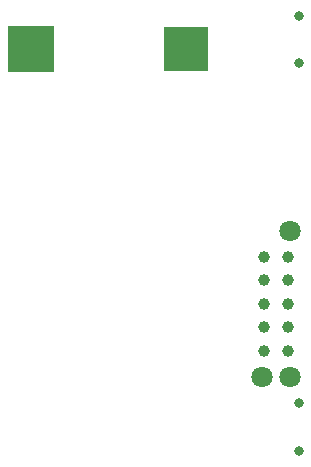
<source format=gbs>
G04 #@! TF.FileFunction,Soldermask,Bot*
%FSLAX46Y46*%
G04 Gerber Fmt 4.6, Leading zero omitted, Abs format (unit mm)*
G04 Created by KiCad (PCBNEW 4.0.1-stable) date 11/28/2016 11:50:17 AM*
%MOMM*%
G01*
G04 APERTURE LIST*
%ADD10C,0.100000*%
%ADD11R,3.800000X3.800000*%
%ADD12R,4.000000X4.000000*%
%ADD13C,1.000000*%
%ADD14C,1.800000*%
%ADD15C,0.800000*%
G04 APERTURE END LIST*
D10*
D11*
X141000000Y-78740000D03*
D12*
X127865000Y-78740000D03*
D13*
X149600000Y-96350000D03*
X147600000Y-96350000D03*
X149600000Y-98350000D03*
X147600000Y-98350000D03*
X149600000Y-100350000D03*
X147600000Y-100350000D03*
X149600000Y-102350000D03*
X147600000Y-102350000D03*
X149600000Y-104350000D03*
X147600000Y-104350000D03*
D14*
X149800000Y-94150000D03*
X147400000Y-106550000D03*
X149800000Y-106550000D03*
D15*
X150550000Y-108775000D03*
X150550000Y-112825000D03*
X150550000Y-75950000D03*
X150550000Y-80000000D03*
M02*

</source>
